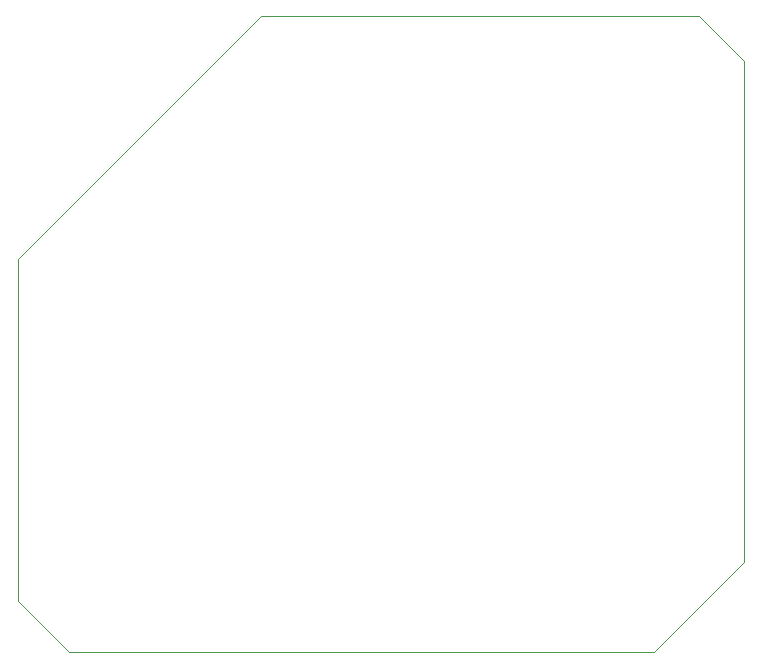
<source format=gbr>
%TF.GenerationSoftware,KiCad,Pcbnew,(5.1.6)-1*%
%TF.CreationDate,2020-12-09T17:23:27+01:00*%
%TF.ProjectId,ESP8266 w altanie,45535038-3236-4362-9077-20616c74616e,3*%
%TF.SameCoordinates,Original*%
%TF.FileFunction,Profile,NP*%
%FSLAX46Y46*%
G04 Gerber Fmt 4.6, Leading zero omitted, Abs format (unit mm)*
G04 Created by KiCad (PCBNEW (5.1.6)-1) date 2020-12-09 17:23:27*
%MOMM*%
%LPD*%
G01*
G04 APERTURE LIST*
%TA.AperFunction,Profile*%
%ADD10C,0.050000*%
%TD*%
G04 APERTURE END LIST*
D10*
X16764000Y-37592000D02*
X16764000Y-40386000D01*
X37338000Y-17018000D02*
X16764000Y-37592000D01*
X74422000Y-17018000D02*
X78232000Y-20828000D01*
X78232000Y-63246000D02*
X78232000Y-20828000D01*
X70612000Y-70866000D02*
X78232000Y-63246000D01*
X16764000Y-40386000D02*
X16764000Y-66548000D01*
X74422000Y-17018000D02*
X37338000Y-17018000D01*
X21082000Y-70866000D02*
X70612000Y-70866000D01*
X16764000Y-66548000D02*
X21082000Y-70866000D01*
M02*

</source>
